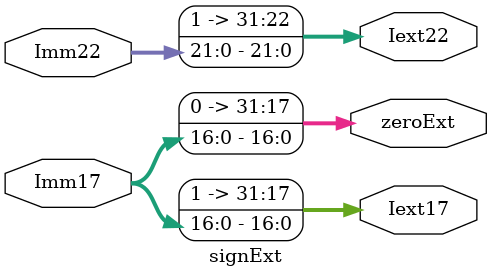
<source format=v>
module signExt(
	input [16:0] Imm17,
	input [21:0] Imm22,
	output [31:0] Iext17, Iext22, zeroExt
);
assign zeroExt = {15'b0, Imm17};
assign Iext17 = {{15{1'b1}}, Imm17};
assign Iext22 = {{10{1'b1}}, Imm22};
endmodule

</source>
